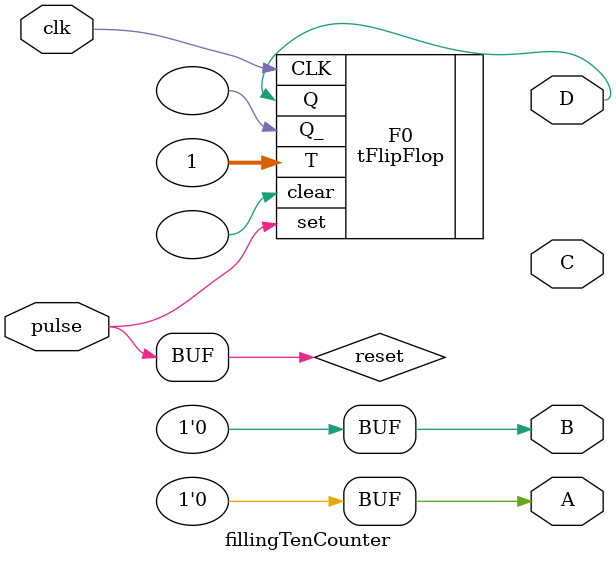
<source format=v>
module fillingTenCounter (pulse, clk, A, B, C, D);
	input clk, pulse;
	output A, B, C, D;
	
	not (A, 1);
	not (B, 1);

	// Lógica de reset
  wire reset;
  and and6 (reset, pulse);
	
	tFlipFlop F0(
	.T(1),
	.clear(),
	.CLK(clk),
	.Q(D),
	.Q_(),
	.set(reset)
	);
	  
endmodule
</source>
